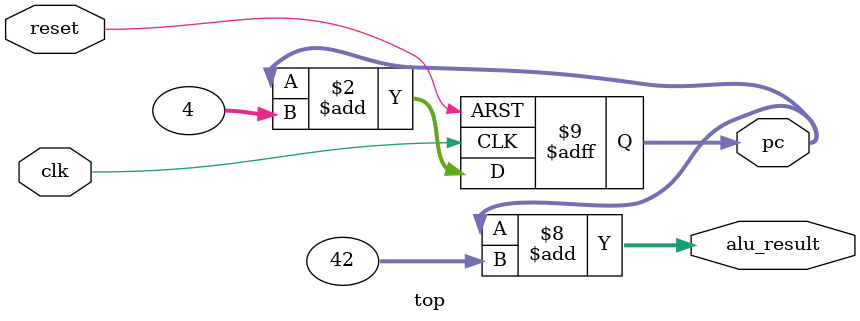
<source format=v>
module top (
    input clk,
    input reset,
    output reg [31:0] pc,
    output reg [31:0] alu_result
);

    // Internal "wires"
    reg [31:0] instruction;
    
    // 1. Simple Program Counter Logic
    always @(posedge clk or posedge reset) begin
        if (reset) begin
            pc <= 0;
            instruction <= 0;
        end else begin
            pc <= pc + 4;
            // Fake instruction fetch: just making up data based on PC
            // In real life, this comes from an Instruction Memory array
            instruction <= (pc == 0) ? 32'h00500113  // ADDI x2, x0, 5
                         : (pc == 4) ? 32'h00a00193  // ADDI x3, x0, 10
                         : 32'h00000000;             // NOP
        end
    end

    // 2. Simple ALU (Combinational Logic)
    // Let's pretend we are just adding PC + 42 for this demo
    always @(*) begin
        alu_result = pc + 42;
    end

endmodule

</source>
